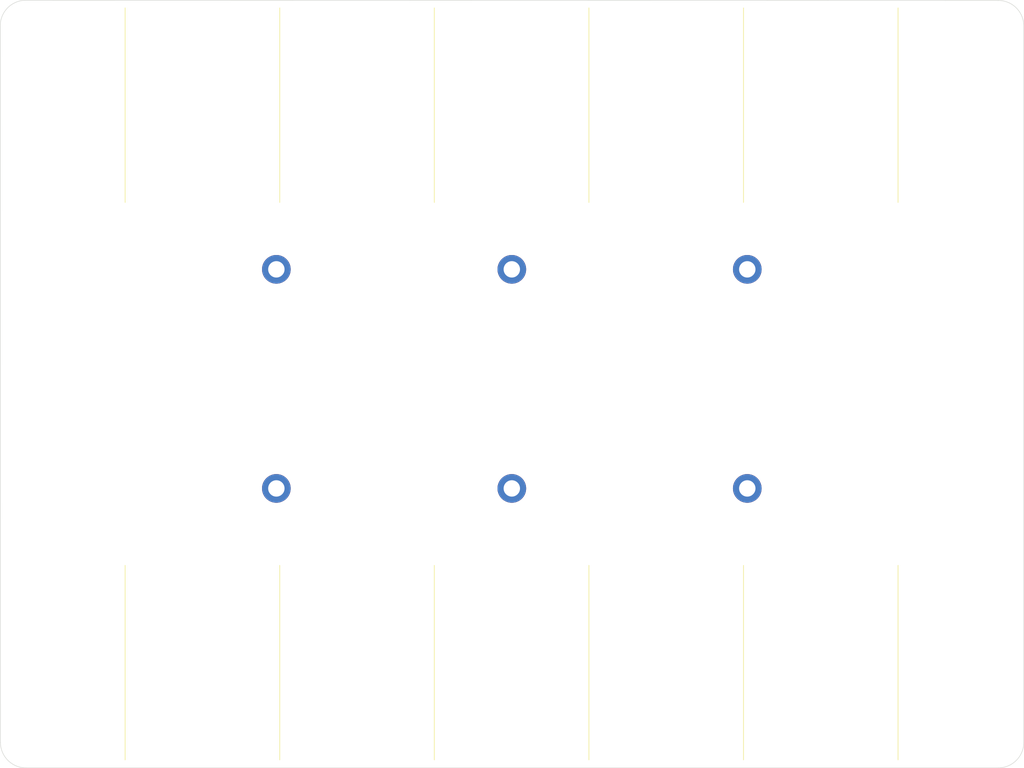
<source format=kicad_pcb>
(kicad_pcb (version 20240108) (generator "pcbnew") (generator_version "8.0")
  (title_block (title "PDU FT25") (date "2024-11-18") (rev "V1.0") (company "Janek Herm") (comment 1 "FasTTUBe Electronics"))
  (layers (0 "F.Cu" signal) (1 "In1.Cu" power) (2 "In2.Cu" signal) (31 "B.Cu" mixed) (34 "B.Paste" user) (35 "F.Paste" user) (37 "F.SilkS" user "F.Silkscreen") (38 "B.Mask" user) (39 "F.Mask" user) (44 "Edge.Cuts" user))
  (net 0 "")
  (net 1 "GND")
  (footprint "MountingHole:MountingHole_4.3mm_M4" (layer "F.Cu") (at 111.375 202.625)
    (property "Reference" "H4" (hide yes))
    (property "Value" "MountingHole")
    (pad "" np_thru_hole circle (at 0 0) (size 4.3 4.3) (drill 4.3) (layers "*.Cu" "*.Mask"))
  )
  (footprint "MountingHole:MountingHole_4.3mm_M4" (layer "F.Cu") (at 295.675 68.375)
    (property "Reference" "H1" (hide yes))
    (property "Value" "MountingHole")
    (pad "" np_thru_hole circle (at 0 0) (size 4.3 4.3) (drill 4.3) (layers "*.Cu" "*.Mask"))
  )
  (footprint "MountingHole:MountingHole_3.2mm_M3_DIN965_Pad" (layer "F.Cu") (at 203.44 155.87)
    (property "Reference" "REF**" (hide yes))
    (property "Value" "MountingHole_3.2mm_M3_DIN965_Pad")
    (pad "1" thru_hole circle (at 0 0) (size 5.6 5.6) (drill 3.2) (layers "*.Cu" "*.Mask") (net 1 "GND"))
  )
  (footprint "MountingHole:MountingHole_3.2mm_M3_DIN965_Pad" (layer "F.Cu") (at 249.44 155.87)
    (property "Reference" "REF**" (hide yes))
    (property "Value" "MountingHole_3.2mm_M3_DIN965_Pad")
    (pad "1" thru_hole circle (at 0 0) (size 5.6 5.6) (drill 3.2) (layers "*.Cu" "*.Mask") (net 1 "GND"))
  )
  (footprint "MountingHole:MountingHole_3.2mm_M3_DIN965_Pad" (layer "F.Cu") (at 203.44 113.07)
    (property "Reference" "REF**" (hide yes))
    (property "Value" "MountingHole_3.2mm_M3_DIN965_Pad")
    (pad "1" thru_hole circle (at 0 0) (size 5.6 5.6) (drill 3.2) (layers "*.Cu" "*.Mask") (net 1 "GND"))
  )
  (footprint "MountingHole:MountingHole_3.2mm_M3_DIN965_Pad" (layer "F.Cu") (at 157.44 155.87)
    (property "Reference" "REF**" (hide yes))
    (property "Value" "MountingHole_3.2mm_M3_DIN965_Pad")
    (pad "1" thru_hole circle (at 0 0) (size 5.6 5.6) (drill 3.2) (layers "*.Cu" "*.Mask") (net 1 "GND"))
  )
  (footprint "MountingHole:MountingHole_3.2mm_M3_DIN965_Pad" (layer "F.Cu") (at 157.44 113.07)
    (property "Reference" "REF**" (hide yes))
    (property "Value" "MountingHole_3.2mm_M3_DIN965_Pad")
    (pad "1" thru_hole circle (at 0 0) (size 5.6 5.6) (drill 3.2) (layers "*.Cu" "*.Mask") (net 1 "GND"))
  )
  (footprint "MountingHole:MountingHole_4.3mm_M4" (layer "F.Cu") (at 111.275 68.275)
    (property "Reference" "H3" (hide yes))
    (property "Value" "MountingHole")
    (pad "" np_thru_hole circle (at 0 0) (size 4.3 4.3) (drill 4.3) (layers "*.Cu" "*.Mask"))
  )
  (footprint "MountingHole:MountingHole_3.2mm_M3_DIN965_Pad" (layer "F.Cu") (at 249.44 113.07)
    (property "Reference" "REF**" (hide yes))
    (property "Value" "MountingHole_3.2mm_M3_DIN965_Pad")
    (pad "1" thru_hole circle (at 0 0) (size 5.6 5.6) (drill 3.2) (layers "*.Cu" "*.Mask") (net 1 "GND"))
  )
  (footprint "MountingHole:MountingHole_4.3mm_M4" (layer "F.Cu") (at 295.675 202.625)
    (property "Reference" "H2" (hide yes))
    (property "Value" "MountingHole")
    (pad "" np_thru_hole circle (at 0 0) (size 4.3 4.3) (drill 4.3) (layers "*.Cu" "*.Mask"))
  )
  (gr_line (start 158.1 62) (end 158.1 100) (stroke (width 0.15)) (layer "F.SilkS"))
  (gr_line (start 158.1 170.9) (end 158.1 208.9) (stroke (width 0.15)) (layer "F.SilkS"))
  (gr_line (start 278.9 170.9) (end 278.9 208.9) (stroke (width 0.15)) (layer "F.SilkS"))
  (gr_line (start 248.7 62) (end 248.7 100) (stroke (width 0.15)) (layer "F.SilkS"))
  (gr_line (start 278.9 62) (end 278.9 100) (stroke (width 0.15)) (layer "F.SilkS"))
  (gr_line (start 218.5 62) (end 218.5 100) (stroke (width 0.15)) (layer "F.SilkS"))
  (gr_line (start 127.9 170.9) (end 127.9 208.9) (stroke (width 0.15)) (layer "F.SilkS"))
  (gr_line (start 188.3 62) (end 188.3 100) (stroke (width 0.15)) (layer "F.SilkS"))
  (gr_line (start 218.5 170.9) (end 218.5 208.9) (stroke (width 0.15)) (layer "F.SilkS"))
  (gr_line (start 248.7 170.9) (end 248.7 208.9) (stroke (width 0.15)) (layer "F.SilkS"))
  (gr_line (start 188.3 170.9) (end 188.3 208.9) (stroke (width 0.15)) (layer "F.SilkS"))
  (gr_line (start 127.9 62) (end 127.9 100) (stroke (width 0.15)) (layer "F.SilkS"))
  (gr_arc (start 298.464466 60.535534) (mid 302 62) (end 303.464466 65.535534) (stroke (width 0.1)) (layer "Edge.Cuts"))
  (gr_arc (start 103.5 65.5) (mid 104.964466 61.964466) (end 108.5 60.5) (stroke (width 0.1)) (layer "Edge.Cuts"))
  (gr_line (start 298.464466 210.464466) (end 108.535534 210.464466) (stroke (width 0.1)) (layer "Edge.Cuts"))
  (gr_arc (start 303.464466 205.464466) (mid 302 209) (end 298.464466 210.464466) (stroke (width 0.1)) (layer "Edge.Cuts"))
  (gr_arc (start 108.535534 210.464466) (mid 105 209) (end 103.535534 205.464466) (stroke (width 0.1)) (layer "Edge.Cuts"))
  (gr_line (start 303.464466 65.535534) (end 303.464466 205.464466) (stroke (width 0.1)) (layer "Edge.Cuts"))
  (gr_line (start 298.464466 60.535534) (end 108.5 60.5) (stroke (width 0.1)) (layer "Edge.Cuts"))
  (gr_line (start 103.535534 205.464466) (end 103.5 65.5) (stroke (width 0.1)) (layer "Edge.Cuts"))
)
</source>
